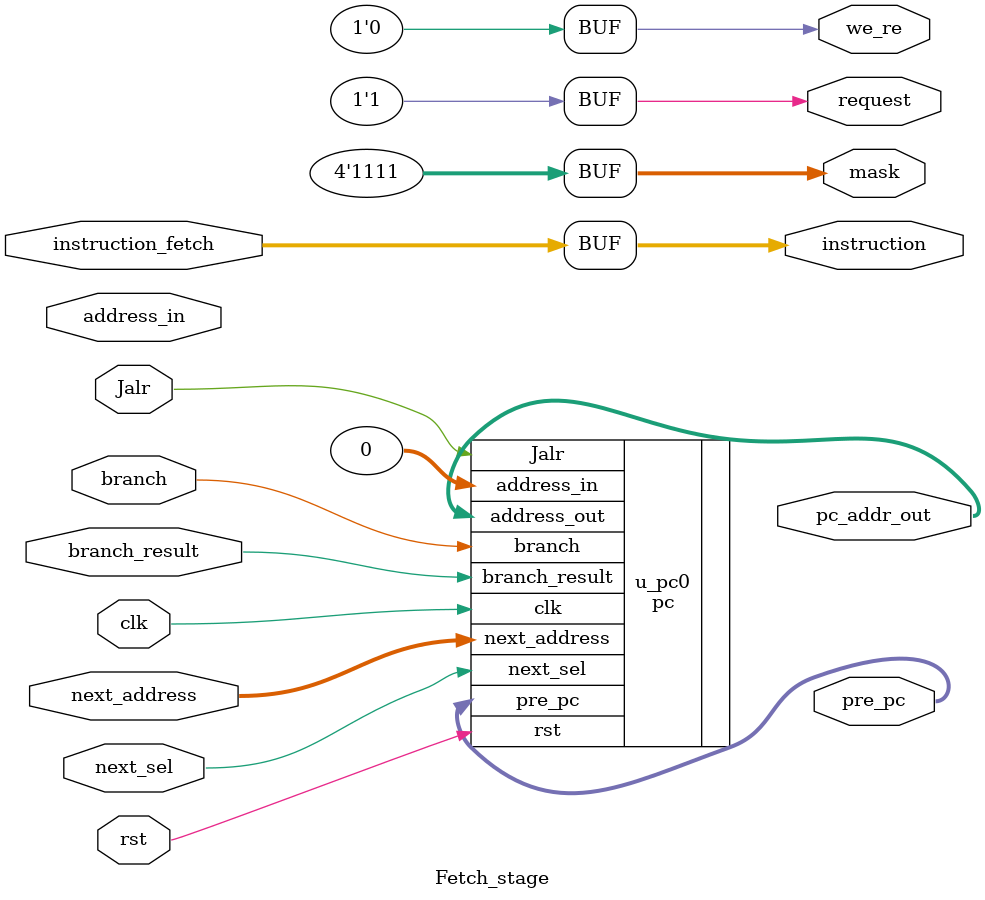
<source format=sv>


module Fetch_stage
#
(
parameter INSTRUCTION =32,
parameter ADDRESS=32
)
(
   input  clk,
   input  rst,
/* verilator lint_off UNUSED */
   input  [ADDRESS-1:0] address_in,
   input  [ADDRESS-1:0] next_address,
   input  [INSTRUCTION-1:0] instruction_fetch,
   input  branch,
   input  next_sel,
   input  Jalr,
   input  branch_result,

   output logic request,
   output logic we_re,
   output logic [3:0]mask,
   output logic [INSTRUCTION-1:0] instruction,
   output logic [ADDRESS-1:0] pre_pc,
   output logic [ADDRESS-1:0] pc_addr_out
   );
        // PROGRAM COUNTER
pc u_pc0 
(
    .clk(clk),
    .rst(rst),
/* verilator lint_off UNUSED */
    .address_in(0),
    .next_sel(next_sel),
    .Jalr(Jalr),
    .next_address(next_address),
    .pre_pc(pre_pc),
    .branch(branch),
    .branch_result(branch_result),
    .address_out(pc_addr_out)
);



    always_comb begin
        instruction = instruction_fetch ;
        mask = 4'b1111;
        request = 1;
        we_re   = 0;
    end

endmodule

</source>
